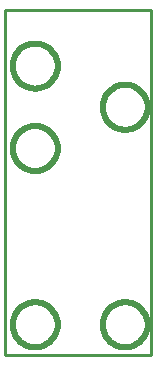
<source format=gbr>
G04 DipTrace 2.4.0.2*
%INBottomSilk.gbr*%
%MOMM*%
%ADD10C,0.254*%
%ADD16C,0.5*%
%FSLAX53Y53*%
G04*
G71*
G90*
G75*
G01*
%LNBotSilk*%
%LPD*%
X26640Y81070D2*
D10*
X39023D1*
Y51860D1*
X26640D1*
Y81070D1*
X27275Y69322D2*
D16*
X27280Y69455D1*
X27294Y69587D1*
X27317Y69718D1*
X27349Y69847D1*
X27390Y69973D1*
X27440Y70096D1*
X27498Y70216D1*
X27565Y70331D1*
X27639Y70441D1*
X27721Y70546D1*
X27810Y70645D1*
X27906Y70737D1*
X28007Y70822D1*
X28115Y70901D1*
X28228Y70971D1*
X28345Y71033D1*
X28467Y71088D1*
X28592Y71133D1*
X28719Y71170D1*
X28849Y71197D1*
X28981Y71216D1*
X29114Y71225D1*
X29247D1*
X29379Y71216D1*
X29511Y71197D1*
X29641Y71170D1*
X29769Y71133D1*
X29894Y71088D1*
X30015Y71033D1*
X30133Y70971D1*
X30246Y70901D1*
X30353Y70822D1*
X30455Y70737D1*
X30551Y70645D1*
X30640Y70546D1*
X30721Y70441D1*
X30796Y70331D1*
X30862Y70216D1*
X30921Y70096D1*
X30970Y69973D1*
X31012Y69847D1*
X31044Y69718D1*
X31067Y69587D1*
X31081Y69455D1*
X31085Y69322D1*
X31081Y69189D1*
X31067Y69057D1*
X31044Y68926D1*
X31012Y68797D1*
X30970Y68670D1*
X30921Y68547D1*
X30862Y68428D1*
X30796Y68313D1*
X30721Y68202D1*
X30640Y68098D1*
X30551Y67999D1*
X30455Y67906D1*
X30353Y67821D1*
X30246Y67743D1*
X30133Y67672D1*
X30015Y67610D1*
X29894Y67556D1*
X29769Y67510D1*
X29641Y67474D1*
X29511Y67446D1*
X29379Y67428D1*
X29247Y67418D1*
X29114D1*
X28981Y67428D1*
X28849Y67446D1*
X28719Y67474D1*
X28592Y67510D1*
X28467Y67556D1*
X28345Y67610D1*
X28228Y67672D1*
X28115Y67743D1*
X28007Y67821D1*
X27906Y67906D1*
X27810Y67999D1*
X27721Y68098D1*
X27639Y68202D1*
X27565Y68313D1*
X27498Y68428D1*
X27440Y68547D1*
X27390Y68670D1*
X27349Y68797D1*
X27317Y68926D1*
X27294Y69057D1*
X27280Y69189D1*
X27275Y69322D1*
X34895Y72815D2*
X34900Y72948D1*
X34914Y73080D1*
X34937Y73211D1*
X34969Y73340D1*
X35010Y73467D1*
X35060Y73590D1*
X35118Y73709D1*
X35185Y73824D1*
X35259Y73935D1*
X35341Y74039D1*
X35430Y74138D1*
X35526Y74231D1*
X35628Y74316D1*
X35735Y74394D1*
X35848Y74465D1*
X35965Y74527D1*
X36087Y74581D1*
X36212Y74627D1*
X36340Y74663D1*
X36470Y74691D1*
X36601Y74709D1*
X36734Y74719D1*
X36867D1*
X37000Y74709D1*
X37131Y74691D1*
X37261Y74663D1*
X37389Y74627D1*
X37514Y74581D1*
X37636Y74527D1*
X37753Y74465D1*
X37866Y74394D1*
X37973Y74316D1*
X38075Y74231D1*
X38171Y74138D1*
X38260Y74039D1*
X38342Y73935D1*
X38416Y73824D1*
X38483Y73709D1*
X38541Y73590D1*
X38591Y73467D1*
X38632Y73340D1*
X38664Y73211D1*
X38687Y73080D1*
X38701Y72948D1*
X38705Y72815D1*
X38701Y72682D1*
X38687Y72550D1*
X38664Y72419D1*
X38632Y72290D1*
X38591Y72164D1*
X38541Y72041D1*
X38483Y71921D1*
X38416Y71806D1*
X38342Y71696D1*
X38260Y71591D1*
X38171Y71492D1*
X38075Y71400D1*
X37973Y71314D1*
X37866Y71236D1*
X37753Y71166D1*
X37636Y71104D1*
X37514Y71049D1*
X37389Y71004D1*
X37261Y70967D1*
X37131Y70940D1*
X37000Y70921D1*
X36867Y70912D1*
X36734D1*
X36601Y70921D1*
X36470Y70940D1*
X36340Y70967D1*
X36212Y71004D1*
X36087Y71049D1*
X35965Y71104D1*
X35848Y71166D1*
X35735Y71236D1*
X35628Y71314D1*
X35526Y71400D1*
X35430Y71492D1*
X35341Y71591D1*
X35259Y71696D1*
X35185Y71806D1*
X35118Y71921D1*
X35060Y72041D1*
X35010Y72164D1*
X34969Y72290D1*
X34937Y72419D1*
X34914Y72550D1*
X34900Y72682D1*
X34895Y72815D1*
X27275Y76307D2*
X27280Y76440D1*
X27294Y76573D1*
X27317Y76704D1*
X27349Y76833D1*
X27390Y76959D1*
X27440Y77083D1*
X27498Y77202D1*
X27565Y77317D1*
X27639Y77428D1*
X27721Y77532D1*
X27810Y77631D1*
X27906Y77724D1*
X28007Y77809D1*
X28115Y77887D1*
X28228Y77958D1*
X28345Y78020D1*
X28467Y78074D1*
X28592Y78120D1*
X28719Y78157D1*
X28849Y78184D1*
X28981Y78203D1*
X29114Y78212D1*
X29247D1*
X29379Y78203D1*
X29511Y78184D1*
X29641Y78157D1*
X29769Y78120D1*
X29894Y78074D1*
X30015Y78020D1*
X30133Y77958D1*
X30246Y77887D1*
X30353Y77809D1*
X30455Y77724D1*
X30551Y77631D1*
X30640Y77532D1*
X30721Y77428D1*
X30796Y77317D1*
X30862Y77202D1*
X30921Y77083D1*
X30970Y76959D1*
X31012Y76833D1*
X31044Y76704D1*
X31067Y76573D1*
X31081Y76440D1*
X31085Y76307D1*
X31081Y76174D1*
X31067Y76042D1*
X31044Y75911D1*
X31012Y75782D1*
X30970Y75655D1*
X30921Y75532D1*
X30862Y75413D1*
X30796Y75297D1*
X30721Y75187D1*
X30640Y75082D1*
X30551Y74983D1*
X30455Y74891D1*
X30353Y74805D1*
X30246Y74727D1*
X30133Y74657D1*
X30015Y74594D1*
X29894Y74540D1*
X29769Y74495D1*
X29641Y74458D1*
X29511Y74430D1*
X29379Y74412D1*
X29247Y74403D1*
X29114D1*
X28981Y74412D1*
X28849Y74430D1*
X28719Y74458D1*
X28592Y74495D1*
X28467Y74540D1*
X28345Y74594D1*
X28228Y74657D1*
X28115Y74727D1*
X28007Y74805D1*
X27906Y74891D1*
X27810Y74983D1*
X27721Y75082D1*
X27639Y75187D1*
X27565Y75297D1*
X27498Y75413D1*
X27440Y75532D1*
X27390Y75655D1*
X27349Y75782D1*
X27317Y75911D1*
X27294Y76042D1*
X27280Y76174D1*
X27275Y76307D1*
X34895Y54400D2*
X34900Y54533D1*
X34914Y54665D1*
X34937Y54796D1*
X34969Y54925D1*
X35010Y55052D1*
X35060Y55175D1*
X35118Y55295D1*
X35185Y55410D1*
X35259Y55520D1*
X35341Y55625D1*
X35430Y55724D1*
X35526Y55816D1*
X35628Y55902D1*
X35735Y55980D1*
X35848Y56050D1*
X35965Y56113D1*
X36087Y56167D1*
X36212Y56212D1*
X36340Y56249D1*
X36470Y56277D1*
X36601Y56295D1*
X36734Y56305D1*
X36867D1*
X37000Y56295D1*
X37131Y56277D1*
X37261Y56249D1*
X37389Y56212D1*
X37514Y56167D1*
X37636Y56113D1*
X37753Y56050D1*
X37866Y55980D1*
X37973Y55902D1*
X38075Y55816D1*
X38171Y55724D1*
X38260Y55625D1*
X38342Y55520D1*
X38416Y55410D1*
X38483Y55295D1*
X38541Y55175D1*
X38591Y55052D1*
X38632Y54925D1*
X38664Y54796D1*
X38687Y54665D1*
X38701Y54533D1*
X38705Y54400D1*
X38701Y54267D1*
X38687Y54135D1*
X38664Y54004D1*
X38632Y53874D1*
X38591Y53748D1*
X38541Y53625D1*
X38483Y53505D1*
X38416Y53390D1*
X38342Y53280D1*
X38260Y53175D1*
X38171Y53076D1*
X38075Y52983D1*
X37973Y52898D1*
X37866Y52820D1*
X37753Y52749D1*
X37636Y52687D1*
X37514Y52633D1*
X37389Y52587D1*
X37261Y52550D1*
X37131Y52523D1*
X37000Y52504D1*
X36867Y52495D1*
X36734D1*
X36601Y52504D1*
X36470Y52523D1*
X36340Y52550D1*
X36212Y52587D1*
X36087Y52633D1*
X35965Y52687D1*
X35848Y52749D1*
X35735Y52820D1*
X35628Y52898D1*
X35526Y52983D1*
X35430Y53076D1*
X35341Y53175D1*
X35259Y53280D1*
X35185Y53390D1*
X35118Y53505D1*
X35060Y53625D1*
X35010Y53748D1*
X34969Y53874D1*
X34937Y54004D1*
X34914Y54135D1*
X34900Y54267D1*
X34895Y54400D1*
X27275D2*
X27280Y54533D1*
X27294Y54665D1*
X27317Y54796D1*
X27349Y54925D1*
X27390Y55052D1*
X27440Y55175D1*
X27498Y55295D1*
X27565Y55410D1*
X27639Y55520D1*
X27721Y55625D1*
X27810Y55724D1*
X27906Y55816D1*
X28007Y55902D1*
X28115Y55980D1*
X28228Y56050D1*
X28345Y56113D1*
X28467Y56167D1*
X28592Y56212D1*
X28719Y56249D1*
X28849Y56277D1*
X28981Y56295D1*
X29114Y56305D1*
X29247D1*
X29379Y56295D1*
X29511Y56277D1*
X29641Y56249D1*
X29769Y56212D1*
X29894Y56167D1*
X30015Y56113D1*
X30133Y56050D1*
X30246Y55980D1*
X30353Y55902D1*
X30455Y55816D1*
X30551Y55724D1*
X30640Y55625D1*
X30721Y55520D1*
X30796Y55410D1*
X30862Y55295D1*
X30921Y55175D1*
X30970Y55052D1*
X31012Y54925D1*
X31044Y54796D1*
X31067Y54665D1*
X31081Y54533D1*
X31085Y54400D1*
X31081Y54267D1*
X31067Y54135D1*
X31044Y54004D1*
X31012Y53874D1*
X30970Y53748D1*
X30921Y53625D1*
X30862Y53505D1*
X30796Y53390D1*
X30721Y53280D1*
X30640Y53175D1*
X30551Y53076D1*
X30455Y52983D1*
X30353Y52898D1*
X30246Y52820D1*
X30133Y52749D1*
X30015Y52687D1*
X29894Y52633D1*
X29769Y52587D1*
X29641Y52550D1*
X29511Y52523D1*
X29379Y52504D1*
X29247Y52495D1*
X29114D1*
X28981Y52504D1*
X28849Y52523D1*
X28719Y52550D1*
X28592Y52587D1*
X28467Y52633D1*
X28345Y52687D1*
X28228Y52749D1*
X28115Y52820D1*
X28007Y52898D1*
X27906Y52983D1*
X27810Y53076D1*
X27721Y53175D1*
X27639Y53280D1*
X27565Y53390D1*
X27498Y53505D1*
X27440Y53625D1*
X27390Y53748D1*
X27349Y53874D1*
X27317Y54004D1*
X27294Y54135D1*
X27280Y54267D1*
X27275Y54400D1*
M02*

</source>
